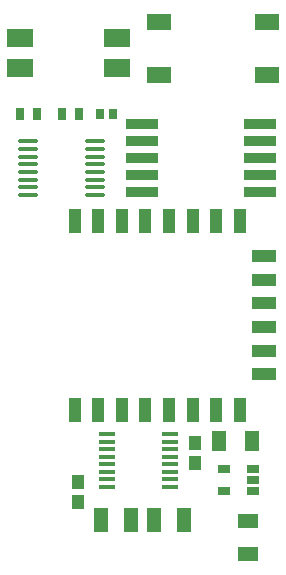
<source format=gtp>
G04 Layer_Color=7318015*
%FSLAX25Y25*%
%MOIN*%
G70*
G01*
G75*
%ADD10R,0.07874X0.04331*%
%ADD11R,0.04331X0.07874*%
%ADD12R,0.04724X0.07874*%
%ADD13R,0.08268X0.05512*%
%ADD14R,0.04331X0.04921*%
%ADD15R,0.03150X0.03937*%
%ADD16R,0.08504X0.06000*%
%ADD17R,0.04331X0.02559*%
%ADD18R,0.07087X0.05118*%
%ADD19R,0.05118X0.07087*%
%ADD20R,0.02756X0.03347*%
%ADD21R,0.11024X0.03543*%
%ADD22R,0.05500X0.01500*%
%ADD23O,0.06693X0.01378*%
D10*
X431807Y347539D02*
D03*
Y355413D02*
D03*
Y363287D02*
D03*
Y371161D02*
D03*
Y339665D02*
D03*
Y331791D02*
D03*
D11*
X376689Y382972D02*
D03*
X384563D02*
D03*
X392437D02*
D03*
X400311D02*
D03*
X408185D02*
D03*
X416059D02*
D03*
X368815D02*
D03*
X416059Y319980D02*
D03*
X408185D02*
D03*
X400311D02*
D03*
X392437D02*
D03*
X384563D02*
D03*
X376689D02*
D03*
X368815D02*
D03*
X423933D02*
D03*
Y382972D02*
D03*
D12*
X395437Y283236D02*
D03*
X387563D02*
D03*
X377720D02*
D03*
X405279D02*
D03*
D13*
X432913Y449335D02*
D03*
X397087D02*
D03*
Y431618D02*
D03*
X432913D02*
D03*
D14*
X370000Y289130D02*
D03*
Y295823D02*
D03*
X409000Y308823D02*
D03*
Y302130D02*
D03*
D15*
X364547Y418476D02*
D03*
X370453D02*
D03*
X350547D02*
D03*
X356453D02*
D03*
D16*
X383000Y433976D02*
D03*
Y443976D02*
D03*
X350480Y433976D02*
D03*
Y443976D02*
D03*
D17*
X418776Y292736D02*
D03*
Y300217D02*
D03*
X428224D02*
D03*
Y296476D02*
D03*
Y292736D02*
D03*
D18*
X426500Y282988D02*
D03*
Y271965D02*
D03*
D19*
X416988Y309476D02*
D03*
X428012D02*
D03*
D20*
X381764Y418476D02*
D03*
X377236D02*
D03*
D21*
X391130Y392476D02*
D03*
Y398146D02*
D03*
Y403815D02*
D03*
Y409484D02*
D03*
Y415154D02*
D03*
X430500D02*
D03*
Y409484D02*
D03*
Y403815D02*
D03*
Y398146D02*
D03*
Y392476D02*
D03*
D22*
X400500Y311726D02*
D03*
Y309226D02*
D03*
Y306726D02*
D03*
Y304226D02*
D03*
Y301676D02*
D03*
Y299176D02*
D03*
Y296676D02*
D03*
Y294176D02*
D03*
X379500D02*
D03*
Y296676D02*
D03*
Y299176D02*
D03*
Y301676D02*
D03*
Y304226D02*
D03*
Y306726D02*
D03*
Y309226D02*
D03*
Y311726D02*
D03*
D23*
X353279Y409433D02*
D03*
Y406874D02*
D03*
Y404315D02*
D03*
Y401756D02*
D03*
Y399197D02*
D03*
Y396638D02*
D03*
Y394079D02*
D03*
Y391520D02*
D03*
X375721Y409433D02*
D03*
Y406874D02*
D03*
Y404315D02*
D03*
Y401756D02*
D03*
Y399197D02*
D03*
Y396638D02*
D03*
Y394079D02*
D03*
Y391520D02*
D03*
M02*

</source>
